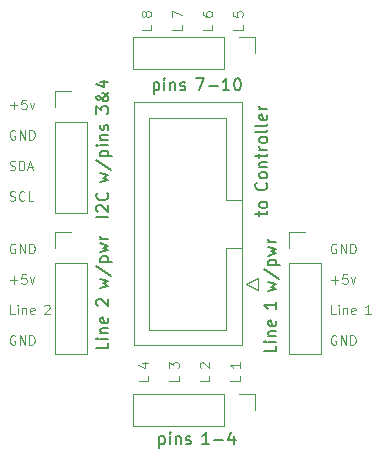
<source format=gbr>
%TF.GenerationSoftware,KiCad,Pcbnew,(7.0.0)*%
%TF.CreationDate,2023-10-26T14:35:27-04:00*%
%TF.ProjectId,RibbonBreakout,52696262-6f6e-4427-9265-616b6f75742e,rev?*%
%TF.SameCoordinates,Original*%
%TF.FileFunction,Legend,Top*%
%TF.FilePolarity,Positive*%
%FSLAX46Y46*%
G04 Gerber Fmt 4.6, Leading zero omitted, Abs format (unit mm)*
G04 Created by KiCad (PCBNEW (7.0.0)) date 2023-10-26 14:35:27*
%MOMM*%
%LPD*%
G01*
G04 APERTURE LIST*
%ADD10C,0.100000*%
%ADD11C,0.150000*%
%ADD12C,0.120000*%
G04 APERTURE END LIST*
D10*
X146481904Y-78422571D02*
X146481904Y-78803523D01*
X146481904Y-78803523D02*
X145681904Y-78803523D01*
X146024761Y-77561619D02*
X145986666Y-77637809D01*
X145986666Y-77637809D02*
X145948571Y-77675904D01*
X145948571Y-77675904D02*
X145872380Y-77714000D01*
X145872380Y-77714000D02*
X145834285Y-77714000D01*
X145834285Y-77714000D02*
X145758095Y-77675904D01*
X145758095Y-77675904D02*
X145720000Y-77637809D01*
X145720000Y-77637809D02*
X145681904Y-77561619D01*
X145681904Y-77561619D02*
X145681904Y-77409238D01*
X145681904Y-77409238D02*
X145720000Y-77333047D01*
X145720000Y-77333047D02*
X145758095Y-77294952D01*
X145758095Y-77294952D02*
X145834285Y-77256857D01*
X145834285Y-77256857D02*
X145872380Y-77256857D01*
X145872380Y-77256857D02*
X145948571Y-77294952D01*
X145948571Y-77294952D02*
X145986666Y-77333047D01*
X145986666Y-77333047D02*
X146024761Y-77409238D01*
X146024761Y-77409238D02*
X146024761Y-77561619D01*
X146024761Y-77561619D02*
X146062857Y-77637809D01*
X146062857Y-77637809D02*
X146100952Y-77675904D01*
X146100952Y-77675904D02*
X146177142Y-77714000D01*
X146177142Y-77714000D02*
X146329523Y-77714000D01*
X146329523Y-77714000D02*
X146405714Y-77675904D01*
X146405714Y-77675904D02*
X146443809Y-77637809D01*
X146443809Y-77637809D02*
X146481904Y-77561619D01*
X146481904Y-77561619D02*
X146481904Y-77409238D01*
X146481904Y-77409238D02*
X146443809Y-77333047D01*
X146443809Y-77333047D02*
X146405714Y-77294952D01*
X146405714Y-77294952D02*
X146329523Y-77256857D01*
X146329523Y-77256857D02*
X146177142Y-77256857D01*
X146177142Y-77256857D02*
X146100952Y-77294952D01*
X146100952Y-77294952D02*
X146062857Y-77333047D01*
X146062857Y-77333047D02*
X146024761Y-77409238D01*
X149073904Y-78422571D02*
X149073904Y-78803523D01*
X149073904Y-78803523D02*
X148273904Y-78803523D01*
X148273904Y-77752095D02*
X148273904Y-77218761D01*
X148273904Y-77218761D02*
X149073904Y-77561619D01*
X151665904Y-78422571D02*
X151665904Y-78803523D01*
X151665904Y-78803523D02*
X150865904Y-78803523D01*
X150865904Y-77333047D02*
X150865904Y-77485428D01*
X150865904Y-77485428D02*
X150904000Y-77561619D01*
X150904000Y-77561619D02*
X150942095Y-77599714D01*
X150942095Y-77599714D02*
X151056380Y-77675904D01*
X151056380Y-77675904D02*
X151208761Y-77714000D01*
X151208761Y-77714000D02*
X151513523Y-77714000D01*
X151513523Y-77714000D02*
X151589714Y-77675904D01*
X151589714Y-77675904D02*
X151627809Y-77637809D01*
X151627809Y-77637809D02*
X151665904Y-77561619D01*
X151665904Y-77561619D02*
X151665904Y-77409238D01*
X151665904Y-77409238D02*
X151627809Y-77333047D01*
X151627809Y-77333047D02*
X151589714Y-77294952D01*
X151589714Y-77294952D02*
X151513523Y-77256857D01*
X151513523Y-77256857D02*
X151323047Y-77256857D01*
X151323047Y-77256857D02*
X151246857Y-77294952D01*
X151246857Y-77294952D02*
X151208761Y-77333047D01*
X151208761Y-77333047D02*
X151170666Y-77409238D01*
X151170666Y-77409238D02*
X151170666Y-77561619D01*
X151170666Y-77561619D02*
X151208761Y-77637809D01*
X151208761Y-77637809D02*
X151246857Y-77675904D01*
X151246857Y-77675904D02*
X151323047Y-77714000D01*
X154257904Y-78422571D02*
X154257904Y-78803523D01*
X154257904Y-78803523D02*
X153457904Y-78803523D01*
X153457904Y-77294952D02*
X153457904Y-77675904D01*
X153457904Y-77675904D02*
X153838857Y-77714000D01*
X153838857Y-77714000D02*
X153800761Y-77675904D01*
X153800761Y-77675904D02*
X153762666Y-77599714D01*
X153762666Y-77599714D02*
X153762666Y-77409238D01*
X153762666Y-77409238D02*
X153800761Y-77333047D01*
X153800761Y-77333047D02*
X153838857Y-77294952D01*
X153838857Y-77294952D02*
X153915047Y-77256857D01*
X153915047Y-77256857D02*
X154105523Y-77256857D01*
X154105523Y-77256857D02*
X154181714Y-77294952D01*
X154181714Y-77294952D02*
X154219809Y-77333047D01*
X154219809Y-77333047D02*
X154257904Y-77409238D01*
X154257904Y-77409238D02*
X154257904Y-77599714D01*
X154257904Y-77599714D02*
X154219809Y-77675904D01*
X154219809Y-77675904D02*
X154181714Y-77714000D01*
X162153523Y-96952000D02*
X162077333Y-96913904D01*
X162077333Y-96913904D02*
X161963047Y-96913904D01*
X161963047Y-96913904D02*
X161848761Y-96952000D01*
X161848761Y-96952000D02*
X161772571Y-97028190D01*
X161772571Y-97028190D02*
X161734476Y-97104380D01*
X161734476Y-97104380D02*
X161696380Y-97256761D01*
X161696380Y-97256761D02*
X161696380Y-97371047D01*
X161696380Y-97371047D02*
X161734476Y-97523428D01*
X161734476Y-97523428D02*
X161772571Y-97599619D01*
X161772571Y-97599619D02*
X161848761Y-97675809D01*
X161848761Y-97675809D02*
X161963047Y-97713904D01*
X161963047Y-97713904D02*
X162039238Y-97713904D01*
X162039238Y-97713904D02*
X162153523Y-97675809D01*
X162153523Y-97675809D02*
X162191619Y-97637714D01*
X162191619Y-97637714D02*
X162191619Y-97371047D01*
X162191619Y-97371047D02*
X162039238Y-97371047D01*
X162534476Y-97713904D02*
X162534476Y-96913904D01*
X162534476Y-96913904D02*
X162991619Y-97713904D01*
X162991619Y-97713904D02*
X162991619Y-96913904D01*
X163372571Y-97713904D02*
X163372571Y-96913904D01*
X163372571Y-96913904D02*
X163563047Y-96913904D01*
X163563047Y-96913904D02*
X163677333Y-96952000D01*
X163677333Y-96952000D02*
X163753523Y-97028190D01*
X163753523Y-97028190D02*
X163791618Y-97104380D01*
X163791618Y-97104380D02*
X163829714Y-97256761D01*
X163829714Y-97256761D02*
X163829714Y-97371047D01*
X163829714Y-97371047D02*
X163791618Y-97523428D01*
X163791618Y-97523428D02*
X163753523Y-97599619D01*
X163753523Y-97599619D02*
X163677333Y-97675809D01*
X163677333Y-97675809D02*
X163563047Y-97713904D01*
X163563047Y-97713904D02*
X163372571Y-97713904D01*
X161734476Y-100001142D02*
X162344000Y-100001142D01*
X162039238Y-100305904D02*
X162039238Y-99696380D01*
X163105904Y-99505904D02*
X162724952Y-99505904D01*
X162724952Y-99505904D02*
X162686856Y-99886857D01*
X162686856Y-99886857D02*
X162724952Y-99848761D01*
X162724952Y-99848761D02*
X162801142Y-99810666D01*
X162801142Y-99810666D02*
X162991618Y-99810666D01*
X162991618Y-99810666D02*
X163067809Y-99848761D01*
X163067809Y-99848761D02*
X163105904Y-99886857D01*
X163105904Y-99886857D02*
X163143999Y-99963047D01*
X163143999Y-99963047D02*
X163143999Y-100153523D01*
X163143999Y-100153523D02*
X163105904Y-100229714D01*
X163105904Y-100229714D02*
X163067809Y-100267809D01*
X163067809Y-100267809D02*
X162991618Y-100305904D01*
X162991618Y-100305904D02*
X162801142Y-100305904D01*
X162801142Y-100305904D02*
X162724952Y-100267809D01*
X162724952Y-100267809D02*
X162686856Y-100229714D01*
X163410666Y-99772571D02*
X163601142Y-100305904D01*
X163601142Y-100305904D02*
X163791619Y-99772571D01*
X162115428Y-102897904D02*
X161734476Y-102897904D01*
X161734476Y-102897904D02*
X161734476Y-102097904D01*
X162382095Y-102897904D02*
X162382095Y-102364571D01*
X162382095Y-102097904D02*
X162343999Y-102136000D01*
X162343999Y-102136000D02*
X162382095Y-102174095D01*
X162382095Y-102174095D02*
X162420190Y-102136000D01*
X162420190Y-102136000D02*
X162382095Y-102097904D01*
X162382095Y-102097904D02*
X162382095Y-102174095D01*
X162763047Y-102364571D02*
X162763047Y-102897904D01*
X162763047Y-102440761D02*
X162801142Y-102402666D01*
X162801142Y-102402666D02*
X162877332Y-102364571D01*
X162877332Y-102364571D02*
X162991618Y-102364571D01*
X162991618Y-102364571D02*
X163067809Y-102402666D01*
X163067809Y-102402666D02*
X163105904Y-102478857D01*
X163105904Y-102478857D02*
X163105904Y-102897904D01*
X163791619Y-102859809D02*
X163715428Y-102897904D01*
X163715428Y-102897904D02*
X163563047Y-102897904D01*
X163563047Y-102897904D02*
X163486857Y-102859809D01*
X163486857Y-102859809D02*
X163448761Y-102783619D01*
X163448761Y-102783619D02*
X163448761Y-102478857D01*
X163448761Y-102478857D02*
X163486857Y-102402666D01*
X163486857Y-102402666D02*
X163563047Y-102364571D01*
X163563047Y-102364571D02*
X163715428Y-102364571D01*
X163715428Y-102364571D02*
X163791619Y-102402666D01*
X163791619Y-102402666D02*
X163829714Y-102478857D01*
X163829714Y-102478857D02*
X163829714Y-102555047D01*
X163829714Y-102555047D02*
X163448761Y-102631238D01*
X165071618Y-102897904D02*
X164614475Y-102897904D01*
X164843047Y-102897904D02*
X164843047Y-102097904D01*
X164843047Y-102097904D02*
X164766856Y-102212190D01*
X164766856Y-102212190D02*
X164690666Y-102288380D01*
X164690666Y-102288380D02*
X164614475Y-102326476D01*
X162153523Y-104728000D02*
X162077333Y-104689904D01*
X162077333Y-104689904D02*
X161963047Y-104689904D01*
X161963047Y-104689904D02*
X161848761Y-104728000D01*
X161848761Y-104728000D02*
X161772571Y-104804190D01*
X161772571Y-104804190D02*
X161734476Y-104880380D01*
X161734476Y-104880380D02*
X161696380Y-105032761D01*
X161696380Y-105032761D02*
X161696380Y-105147047D01*
X161696380Y-105147047D02*
X161734476Y-105299428D01*
X161734476Y-105299428D02*
X161772571Y-105375619D01*
X161772571Y-105375619D02*
X161848761Y-105451809D01*
X161848761Y-105451809D02*
X161963047Y-105489904D01*
X161963047Y-105489904D02*
X162039238Y-105489904D01*
X162039238Y-105489904D02*
X162153523Y-105451809D01*
X162153523Y-105451809D02*
X162191619Y-105413714D01*
X162191619Y-105413714D02*
X162191619Y-105147047D01*
X162191619Y-105147047D02*
X162039238Y-105147047D01*
X162534476Y-105489904D02*
X162534476Y-104689904D01*
X162534476Y-104689904D02*
X162991619Y-105489904D01*
X162991619Y-105489904D02*
X162991619Y-104689904D01*
X163372571Y-105489904D02*
X163372571Y-104689904D01*
X163372571Y-104689904D02*
X163563047Y-104689904D01*
X163563047Y-104689904D02*
X163677333Y-104728000D01*
X163677333Y-104728000D02*
X163753523Y-104804190D01*
X163753523Y-104804190D02*
X163791618Y-104880380D01*
X163791618Y-104880380D02*
X163829714Y-105032761D01*
X163829714Y-105032761D02*
X163829714Y-105147047D01*
X163829714Y-105147047D02*
X163791618Y-105299428D01*
X163791618Y-105299428D02*
X163753523Y-105375619D01*
X163753523Y-105375619D02*
X163677333Y-105451809D01*
X163677333Y-105451809D02*
X163563047Y-105489904D01*
X163563047Y-105489904D02*
X163372571Y-105489904D01*
X134556476Y-85217142D02*
X135166000Y-85217142D01*
X134861238Y-85521904D02*
X134861238Y-84912380D01*
X135927904Y-84721904D02*
X135546952Y-84721904D01*
X135546952Y-84721904D02*
X135508856Y-85102857D01*
X135508856Y-85102857D02*
X135546952Y-85064761D01*
X135546952Y-85064761D02*
X135623142Y-85026666D01*
X135623142Y-85026666D02*
X135813618Y-85026666D01*
X135813618Y-85026666D02*
X135889809Y-85064761D01*
X135889809Y-85064761D02*
X135927904Y-85102857D01*
X135927904Y-85102857D02*
X135965999Y-85179047D01*
X135965999Y-85179047D02*
X135965999Y-85369523D01*
X135965999Y-85369523D02*
X135927904Y-85445714D01*
X135927904Y-85445714D02*
X135889809Y-85483809D01*
X135889809Y-85483809D02*
X135813618Y-85521904D01*
X135813618Y-85521904D02*
X135623142Y-85521904D01*
X135623142Y-85521904D02*
X135546952Y-85483809D01*
X135546952Y-85483809D02*
X135508856Y-85445714D01*
X136232666Y-84988571D02*
X136423142Y-85521904D01*
X136423142Y-85521904D02*
X136613619Y-84988571D01*
X134975523Y-87352000D02*
X134899333Y-87313904D01*
X134899333Y-87313904D02*
X134785047Y-87313904D01*
X134785047Y-87313904D02*
X134670761Y-87352000D01*
X134670761Y-87352000D02*
X134594571Y-87428190D01*
X134594571Y-87428190D02*
X134556476Y-87504380D01*
X134556476Y-87504380D02*
X134518380Y-87656761D01*
X134518380Y-87656761D02*
X134518380Y-87771047D01*
X134518380Y-87771047D02*
X134556476Y-87923428D01*
X134556476Y-87923428D02*
X134594571Y-87999619D01*
X134594571Y-87999619D02*
X134670761Y-88075809D01*
X134670761Y-88075809D02*
X134785047Y-88113904D01*
X134785047Y-88113904D02*
X134861238Y-88113904D01*
X134861238Y-88113904D02*
X134975523Y-88075809D01*
X134975523Y-88075809D02*
X135013619Y-88037714D01*
X135013619Y-88037714D02*
X135013619Y-87771047D01*
X135013619Y-87771047D02*
X134861238Y-87771047D01*
X135356476Y-88113904D02*
X135356476Y-87313904D01*
X135356476Y-87313904D02*
X135813619Y-88113904D01*
X135813619Y-88113904D02*
X135813619Y-87313904D01*
X136194571Y-88113904D02*
X136194571Y-87313904D01*
X136194571Y-87313904D02*
X136385047Y-87313904D01*
X136385047Y-87313904D02*
X136499333Y-87352000D01*
X136499333Y-87352000D02*
X136575523Y-87428190D01*
X136575523Y-87428190D02*
X136613618Y-87504380D01*
X136613618Y-87504380D02*
X136651714Y-87656761D01*
X136651714Y-87656761D02*
X136651714Y-87771047D01*
X136651714Y-87771047D02*
X136613618Y-87923428D01*
X136613618Y-87923428D02*
X136575523Y-87999619D01*
X136575523Y-87999619D02*
X136499333Y-88075809D01*
X136499333Y-88075809D02*
X136385047Y-88113904D01*
X136385047Y-88113904D02*
X136194571Y-88113904D01*
X134518380Y-90667809D02*
X134632666Y-90705904D01*
X134632666Y-90705904D02*
X134823142Y-90705904D01*
X134823142Y-90705904D02*
X134899333Y-90667809D01*
X134899333Y-90667809D02*
X134937428Y-90629714D01*
X134937428Y-90629714D02*
X134975523Y-90553523D01*
X134975523Y-90553523D02*
X134975523Y-90477333D01*
X134975523Y-90477333D02*
X134937428Y-90401142D01*
X134937428Y-90401142D02*
X134899333Y-90363047D01*
X134899333Y-90363047D02*
X134823142Y-90324952D01*
X134823142Y-90324952D02*
X134670761Y-90286857D01*
X134670761Y-90286857D02*
X134594571Y-90248761D01*
X134594571Y-90248761D02*
X134556476Y-90210666D01*
X134556476Y-90210666D02*
X134518380Y-90134476D01*
X134518380Y-90134476D02*
X134518380Y-90058285D01*
X134518380Y-90058285D02*
X134556476Y-89982095D01*
X134556476Y-89982095D02*
X134594571Y-89944000D01*
X134594571Y-89944000D02*
X134670761Y-89905904D01*
X134670761Y-89905904D02*
X134861238Y-89905904D01*
X134861238Y-89905904D02*
X134975523Y-89944000D01*
X135318381Y-90705904D02*
X135318381Y-89905904D01*
X135318381Y-89905904D02*
X135508857Y-89905904D01*
X135508857Y-89905904D02*
X135623143Y-89944000D01*
X135623143Y-89944000D02*
X135699333Y-90020190D01*
X135699333Y-90020190D02*
X135737428Y-90096380D01*
X135737428Y-90096380D02*
X135775524Y-90248761D01*
X135775524Y-90248761D02*
X135775524Y-90363047D01*
X135775524Y-90363047D02*
X135737428Y-90515428D01*
X135737428Y-90515428D02*
X135699333Y-90591619D01*
X135699333Y-90591619D02*
X135623143Y-90667809D01*
X135623143Y-90667809D02*
X135508857Y-90705904D01*
X135508857Y-90705904D02*
X135318381Y-90705904D01*
X136080285Y-90477333D02*
X136461238Y-90477333D01*
X136004095Y-90705904D02*
X136270762Y-89905904D01*
X136270762Y-89905904D02*
X136537428Y-90705904D01*
X134518380Y-93259809D02*
X134632666Y-93297904D01*
X134632666Y-93297904D02*
X134823142Y-93297904D01*
X134823142Y-93297904D02*
X134899333Y-93259809D01*
X134899333Y-93259809D02*
X134937428Y-93221714D01*
X134937428Y-93221714D02*
X134975523Y-93145523D01*
X134975523Y-93145523D02*
X134975523Y-93069333D01*
X134975523Y-93069333D02*
X134937428Y-92993142D01*
X134937428Y-92993142D02*
X134899333Y-92955047D01*
X134899333Y-92955047D02*
X134823142Y-92916952D01*
X134823142Y-92916952D02*
X134670761Y-92878857D01*
X134670761Y-92878857D02*
X134594571Y-92840761D01*
X134594571Y-92840761D02*
X134556476Y-92802666D01*
X134556476Y-92802666D02*
X134518380Y-92726476D01*
X134518380Y-92726476D02*
X134518380Y-92650285D01*
X134518380Y-92650285D02*
X134556476Y-92574095D01*
X134556476Y-92574095D02*
X134594571Y-92536000D01*
X134594571Y-92536000D02*
X134670761Y-92497904D01*
X134670761Y-92497904D02*
X134861238Y-92497904D01*
X134861238Y-92497904D02*
X134975523Y-92536000D01*
X135775524Y-93221714D02*
X135737428Y-93259809D01*
X135737428Y-93259809D02*
X135623143Y-93297904D01*
X135623143Y-93297904D02*
X135546952Y-93297904D01*
X135546952Y-93297904D02*
X135432666Y-93259809D01*
X135432666Y-93259809D02*
X135356476Y-93183619D01*
X135356476Y-93183619D02*
X135318381Y-93107428D01*
X135318381Y-93107428D02*
X135280285Y-92955047D01*
X135280285Y-92955047D02*
X135280285Y-92840761D01*
X135280285Y-92840761D02*
X135318381Y-92688380D01*
X135318381Y-92688380D02*
X135356476Y-92612190D01*
X135356476Y-92612190D02*
X135432666Y-92536000D01*
X135432666Y-92536000D02*
X135546952Y-92497904D01*
X135546952Y-92497904D02*
X135623143Y-92497904D01*
X135623143Y-92497904D02*
X135737428Y-92536000D01*
X135737428Y-92536000D02*
X135775524Y-92574095D01*
X136499333Y-93297904D02*
X136118381Y-93297904D01*
X136118381Y-93297904D02*
X136118381Y-92497904D01*
X146227904Y-108140571D02*
X146227904Y-108521523D01*
X146227904Y-108521523D02*
X145427904Y-108521523D01*
X145694571Y-107051047D02*
X146227904Y-107051047D01*
X145389809Y-107241523D02*
X145961238Y-107432000D01*
X145961238Y-107432000D02*
X145961238Y-106936761D01*
X148819904Y-108140571D02*
X148819904Y-108521523D01*
X148819904Y-108521523D02*
X148019904Y-108521523D01*
X148019904Y-107470095D02*
X148019904Y-106974857D01*
X148019904Y-106974857D02*
X148324666Y-107241523D01*
X148324666Y-107241523D02*
X148324666Y-107127238D01*
X148324666Y-107127238D02*
X148362761Y-107051047D01*
X148362761Y-107051047D02*
X148400857Y-107012952D01*
X148400857Y-107012952D02*
X148477047Y-106974857D01*
X148477047Y-106974857D02*
X148667523Y-106974857D01*
X148667523Y-106974857D02*
X148743714Y-107012952D01*
X148743714Y-107012952D02*
X148781809Y-107051047D01*
X148781809Y-107051047D02*
X148819904Y-107127238D01*
X148819904Y-107127238D02*
X148819904Y-107355809D01*
X148819904Y-107355809D02*
X148781809Y-107432000D01*
X148781809Y-107432000D02*
X148743714Y-107470095D01*
X151411904Y-108140571D02*
X151411904Y-108521523D01*
X151411904Y-108521523D02*
X150611904Y-108521523D01*
X150688095Y-107432000D02*
X150650000Y-107393904D01*
X150650000Y-107393904D02*
X150611904Y-107317714D01*
X150611904Y-107317714D02*
X150611904Y-107127238D01*
X150611904Y-107127238D02*
X150650000Y-107051047D01*
X150650000Y-107051047D02*
X150688095Y-107012952D01*
X150688095Y-107012952D02*
X150764285Y-106974857D01*
X150764285Y-106974857D02*
X150840476Y-106974857D01*
X150840476Y-106974857D02*
X150954761Y-107012952D01*
X150954761Y-107012952D02*
X151411904Y-107470095D01*
X151411904Y-107470095D02*
X151411904Y-106974857D01*
X154003904Y-108140571D02*
X154003904Y-108521523D01*
X154003904Y-108521523D02*
X153203904Y-108521523D01*
X154003904Y-106974857D02*
X154003904Y-107432000D01*
X154003904Y-107203428D02*
X153203904Y-107203428D01*
X153203904Y-107203428D02*
X153318190Y-107279619D01*
X153318190Y-107279619D02*
X153394380Y-107355809D01*
X153394380Y-107355809D02*
X153432476Y-107432000D01*
X134975523Y-96952000D02*
X134899333Y-96913904D01*
X134899333Y-96913904D02*
X134785047Y-96913904D01*
X134785047Y-96913904D02*
X134670761Y-96952000D01*
X134670761Y-96952000D02*
X134594571Y-97028190D01*
X134594571Y-97028190D02*
X134556476Y-97104380D01*
X134556476Y-97104380D02*
X134518380Y-97256761D01*
X134518380Y-97256761D02*
X134518380Y-97371047D01*
X134518380Y-97371047D02*
X134556476Y-97523428D01*
X134556476Y-97523428D02*
X134594571Y-97599619D01*
X134594571Y-97599619D02*
X134670761Y-97675809D01*
X134670761Y-97675809D02*
X134785047Y-97713904D01*
X134785047Y-97713904D02*
X134861238Y-97713904D01*
X134861238Y-97713904D02*
X134975523Y-97675809D01*
X134975523Y-97675809D02*
X135013619Y-97637714D01*
X135013619Y-97637714D02*
X135013619Y-97371047D01*
X135013619Y-97371047D02*
X134861238Y-97371047D01*
X135356476Y-97713904D02*
X135356476Y-96913904D01*
X135356476Y-96913904D02*
X135813619Y-97713904D01*
X135813619Y-97713904D02*
X135813619Y-96913904D01*
X136194571Y-97713904D02*
X136194571Y-96913904D01*
X136194571Y-96913904D02*
X136385047Y-96913904D01*
X136385047Y-96913904D02*
X136499333Y-96952000D01*
X136499333Y-96952000D02*
X136575523Y-97028190D01*
X136575523Y-97028190D02*
X136613618Y-97104380D01*
X136613618Y-97104380D02*
X136651714Y-97256761D01*
X136651714Y-97256761D02*
X136651714Y-97371047D01*
X136651714Y-97371047D02*
X136613618Y-97523428D01*
X136613618Y-97523428D02*
X136575523Y-97599619D01*
X136575523Y-97599619D02*
X136499333Y-97675809D01*
X136499333Y-97675809D02*
X136385047Y-97713904D01*
X136385047Y-97713904D02*
X136194571Y-97713904D01*
X134556476Y-100001142D02*
X135166000Y-100001142D01*
X134861238Y-100305904D02*
X134861238Y-99696380D01*
X135927904Y-99505904D02*
X135546952Y-99505904D01*
X135546952Y-99505904D02*
X135508856Y-99886857D01*
X135508856Y-99886857D02*
X135546952Y-99848761D01*
X135546952Y-99848761D02*
X135623142Y-99810666D01*
X135623142Y-99810666D02*
X135813618Y-99810666D01*
X135813618Y-99810666D02*
X135889809Y-99848761D01*
X135889809Y-99848761D02*
X135927904Y-99886857D01*
X135927904Y-99886857D02*
X135965999Y-99963047D01*
X135965999Y-99963047D02*
X135965999Y-100153523D01*
X135965999Y-100153523D02*
X135927904Y-100229714D01*
X135927904Y-100229714D02*
X135889809Y-100267809D01*
X135889809Y-100267809D02*
X135813618Y-100305904D01*
X135813618Y-100305904D02*
X135623142Y-100305904D01*
X135623142Y-100305904D02*
X135546952Y-100267809D01*
X135546952Y-100267809D02*
X135508856Y-100229714D01*
X136232666Y-99772571D02*
X136423142Y-100305904D01*
X136423142Y-100305904D02*
X136613619Y-99772571D01*
X134937428Y-102897904D02*
X134556476Y-102897904D01*
X134556476Y-102897904D02*
X134556476Y-102097904D01*
X135204095Y-102897904D02*
X135204095Y-102364571D01*
X135204095Y-102097904D02*
X135165999Y-102136000D01*
X135165999Y-102136000D02*
X135204095Y-102174095D01*
X135204095Y-102174095D02*
X135242190Y-102136000D01*
X135242190Y-102136000D02*
X135204095Y-102097904D01*
X135204095Y-102097904D02*
X135204095Y-102174095D01*
X135585047Y-102364571D02*
X135585047Y-102897904D01*
X135585047Y-102440761D02*
X135623142Y-102402666D01*
X135623142Y-102402666D02*
X135699332Y-102364571D01*
X135699332Y-102364571D02*
X135813618Y-102364571D01*
X135813618Y-102364571D02*
X135889809Y-102402666D01*
X135889809Y-102402666D02*
X135927904Y-102478857D01*
X135927904Y-102478857D02*
X135927904Y-102897904D01*
X136613619Y-102859809D02*
X136537428Y-102897904D01*
X136537428Y-102897904D02*
X136385047Y-102897904D01*
X136385047Y-102897904D02*
X136308857Y-102859809D01*
X136308857Y-102859809D02*
X136270761Y-102783619D01*
X136270761Y-102783619D02*
X136270761Y-102478857D01*
X136270761Y-102478857D02*
X136308857Y-102402666D01*
X136308857Y-102402666D02*
X136385047Y-102364571D01*
X136385047Y-102364571D02*
X136537428Y-102364571D01*
X136537428Y-102364571D02*
X136613619Y-102402666D01*
X136613619Y-102402666D02*
X136651714Y-102478857D01*
X136651714Y-102478857D02*
X136651714Y-102555047D01*
X136651714Y-102555047D02*
X136270761Y-102631238D01*
X137436475Y-102174095D02*
X137474571Y-102136000D01*
X137474571Y-102136000D02*
X137550761Y-102097904D01*
X137550761Y-102097904D02*
X137741237Y-102097904D01*
X137741237Y-102097904D02*
X137817428Y-102136000D01*
X137817428Y-102136000D02*
X137855523Y-102174095D01*
X137855523Y-102174095D02*
X137893618Y-102250285D01*
X137893618Y-102250285D02*
X137893618Y-102326476D01*
X137893618Y-102326476D02*
X137855523Y-102440761D01*
X137855523Y-102440761D02*
X137398380Y-102897904D01*
X137398380Y-102897904D02*
X137893618Y-102897904D01*
X134975523Y-104728000D02*
X134899333Y-104689904D01*
X134899333Y-104689904D02*
X134785047Y-104689904D01*
X134785047Y-104689904D02*
X134670761Y-104728000D01*
X134670761Y-104728000D02*
X134594571Y-104804190D01*
X134594571Y-104804190D02*
X134556476Y-104880380D01*
X134556476Y-104880380D02*
X134518380Y-105032761D01*
X134518380Y-105032761D02*
X134518380Y-105147047D01*
X134518380Y-105147047D02*
X134556476Y-105299428D01*
X134556476Y-105299428D02*
X134594571Y-105375619D01*
X134594571Y-105375619D02*
X134670761Y-105451809D01*
X134670761Y-105451809D02*
X134785047Y-105489904D01*
X134785047Y-105489904D02*
X134861238Y-105489904D01*
X134861238Y-105489904D02*
X134975523Y-105451809D01*
X134975523Y-105451809D02*
X135013619Y-105413714D01*
X135013619Y-105413714D02*
X135013619Y-105147047D01*
X135013619Y-105147047D02*
X134861238Y-105147047D01*
X135356476Y-105489904D02*
X135356476Y-104689904D01*
X135356476Y-104689904D02*
X135813619Y-105489904D01*
X135813619Y-105489904D02*
X135813619Y-104689904D01*
X136194571Y-105489904D02*
X136194571Y-104689904D01*
X136194571Y-104689904D02*
X136385047Y-104689904D01*
X136385047Y-104689904D02*
X136499333Y-104728000D01*
X136499333Y-104728000D02*
X136575523Y-104804190D01*
X136575523Y-104804190D02*
X136613618Y-104880380D01*
X136613618Y-104880380D02*
X136651714Y-105032761D01*
X136651714Y-105032761D02*
X136651714Y-105147047D01*
X136651714Y-105147047D02*
X136613618Y-105299428D01*
X136613618Y-105299428D02*
X136575523Y-105375619D01*
X136575523Y-105375619D02*
X136499333Y-105451809D01*
X136499333Y-105451809D02*
X136385047Y-105489904D01*
X136385047Y-105489904D02*
X136194571Y-105489904D01*
D11*
%TO.C,J2*%
X142861380Y-105301047D02*
X142861380Y-105777237D01*
X142861380Y-105777237D02*
X141861380Y-105777237D01*
X142861380Y-104967713D02*
X142194714Y-104967713D01*
X141861380Y-104967713D02*
X141909000Y-105015332D01*
X141909000Y-105015332D02*
X141956619Y-104967713D01*
X141956619Y-104967713D02*
X141909000Y-104920094D01*
X141909000Y-104920094D02*
X141861380Y-104967713D01*
X141861380Y-104967713D02*
X141956619Y-104967713D01*
X142194714Y-104491523D02*
X142861380Y-104491523D01*
X142289952Y-104491523D02*
X142242333Y-104443904D01*
X142242333Y-104443904D02*
X142194714Y-104348666D01*
X142194714Y-104348666D02*
X142194714Y-104205809D01*
X142194714Y-104205809D02*
X142242333Y-104110571D01*
X142242333Y-104110571D02*
X142337571Y-104062952D01*
X142337571Y-104062952D02*
X142861380Y-104062952D01*
X142813761Y-103205809D02*
X142861380Y-103301047D01*
X142861380Y-103301047D02*
X142861380Y-103491523D01*
X142861380Y-103491523D02*
X142813761Y-103586761D01*
X142813761Y-103586761D02*
X142718523Y-103634380D01*
X142718523Y-103634380D02*
X142337571Y-103634380D01*
X142337571Y-103634380D02*
X142242333Y-103586761D01*
X142242333Y-103586761D02*
X142194714Y-103491523D01*
X142194714Y-103491523D02*
X142194714Y-103301047D01*
X142194714Y-103301047D02*
X142242333Y-103205809D01*
X142242333Y-103205809D02*
X142337571Y-103158190D01*
X142337571Y-103158190D02*
X142432809Y-103158190D01*
X142432809Y-103158190D02*
X142528047Y-103634380D01*
X141956619Y-102177237D02*
X141909000Y-102129618D01*
X141909000Y-102129618D02*
X141861380Y-102034380D01*
X141861380Y-102034380D02*
X141861380Y-101796285D01*
X141861380Y-101796285D02*
X141909000Y-101701047D01*
X141909000Y-101701047D02*
X141956619Y-101653428D01*
X141956619Y-101653428D02*
X142051857Y-101605809D01*
X142051857Y-101605809D02*
X142147095Y-101605809D01*
X142147095Y-101605809D02*
X142289952Y-101653428D01*
X142289952Y-101653428D02*
X142861380Y-102224856D01*
X142861380Y-102224856D02*
X142861380Y-101605809D01*
X142194714Y-100672475D02*
X142861380Y-100481999D01*
X142861380Y-100481999D02*
X142385190Y-100291523D01*
X142385190Y-100291523D02*
X142861380Y-100101047D01*
X142861380Y-100101047D02*
X142194714Y-99910571D01*
X141813761Y-98815333D02*
X143099476Y-99672475D01*
X142194714Y-98481999D02*
X143194714Y-98481999D01*
X142242333Y-98481999D02*
X142194714Y-98386761D01*
X142194714Y-98386761D02*
X142194714Y-98196285D01*
X142194714Y-98196285D02*
X142242333Y-98101047D01*
X142242333Y-98101047D02*
X142289952Y-98053428D01*
X142289952Y-98053428D02*
X142385190Y-98005809D01*
X142385190Y-98005809D02*
X142670904Y-98005809D01*
X142670904Y-98005809D02*
X142766142Y-98053428D01*
X142766142Y-98053428D02*
X142813761Y-98101047D01*
X142813761Y-98101047D02*
X142861380Y-98196285D01*
X142861380Y-98196285D02*
X142861380Y-98386761D01*
X142861380Y-98386761D02*
X142813761Y-98481999D01*
X142194714Y-97672475D02*
X142861380Y-97481999D01*
X142861380Y-97481999D02*
X142385190Y-97291523D01*
X142385190Y-97291523D02*
X142861380Y-97101047D01*
X142861380Y-97101047D02*
X142194714Y-96910571D01*
X142861380Y-96529618D02*
X142194714Y-96529618D01*
X142385190Y-96529618D02*
X142289952Y-96481999D01*
X142289952Y-96481999D02*
X142242333Y-96434380D01*
X142242333Y-96434380D02*
X142194714Y-96339142D01*
X142194714Y-96339142D02*
X142194714Y-96243904D01*
%TO.C,J4*%
X146720857Y-83266714D02*
X146720857Y-84266714D01*
X146720857Y-83314333D02*
X146816095Y-83266714D01*
X146816095Y-83266714D02*
X147006571Y-83266714D01*
X147006571Y-83266714D02*
X147101809Y-83314333D01*
X147101809Y-83314333D02*
X147149428Y-83361952D01*
X147149428Y-83361952D02*
X147197047Y-83457190D01*
X147197047Y-83457190D02*
X147197047Y-83742904D01*
X147197047Y-83742904D02*
X147149428Y-83838142D01*
X147149428Y-83838142D02*
X147101809Y-83885761D01*
X147101809Y-83885761D02*
X147006571Y-83933380D01*
X147006571Y-83933380D02*
X146816095Y-83933380D01*
X146816095Y-83933380D02*
X146720857Y-83885761D01*
X147625619Y-83933380D02*
X147625619Y-83266714D01*
X147625619Y-82933380D02*
X147578000Y-82981000D01*
X147578000Y-82981000D02*
X147625619Y-83028619D01*
X147625619Y-83028619D02*
X147673238Y-82981000D01*
X147673238Y-82981000D02*
X147625619Y-82933380D01*
X147625619Y-82933380D02*
X147625619Y-83028619D01*
X148101809Y-83266714D02*
X148101809Y-83933380D01*
X148101809Y-83361952D02*
X148149428Y-83314333D01*
X148149428Y-83314333D02*
X148244666Y-83266714D01*
X148244666Y-83266714D02*
X148387523Y-83266714D01*
X148387523Y-83266714D02*
X148482761Y-83314333D01*
X148482761Y-83314333D02*
X148530380Y-83409571D01*
X148530380Y-83409571D02*
X148530380Y-83933380D01*
X148958952Y-83885761D02*
X149054190Y-83933380D01*
X149054190Y-83933380D02*
X149244666Y-83933380D01*
X149244666Y-83933380D02*
X149339904Y-83885761D01*
X149339904Y-83885761D02*
X149387523Y-83790523D01*
X149387523Y-83790523D02*
X149387523Y-83742904D01*
X149387523Y-83742904D02*
X149339904Y-83647666D01*
X149339904Y-83647666D02*
X149244666Y-83600047D01*
X149244666Y-83600047D02*
X149101809Y-83600047D01*
X149101809Y-83600047D02*
X149006571Y-83552428D01*
X149006571Y-83552428D02*
X148958952Y-83457190D01*
X148958952Y-83457190D02*
X148958952Y-83409571D01*
X148958952Y-83409571D02*
X149006571Y-83314333D01*
X149006571Y-83314333D02*
X149101809Y-83266714D01*
X149101809Y-83266714D02*
X149244666Y-83266714D01*
X149244666Y-83266714D02*
X149339904Y-83314333D01*
X150320857Y-82933380D02*
X150987523Y-82933380D01*
X150987523Y-82933380D02*
X150558952Y-83933380D01*
X151368476Y-83552428D02*
X152130381Y-83552428D01*
X153130380Y-83933380D02*
X152558952Y-83933380D01*
X152844666Y-83933380D02*
X152844666Y-82933380D01*
X152844666Y-82933380D02*
X152749428Y-83076238D01*
X152749428Y-83076238D02*
X152654190Y-83171476D01*
X152654190Y-83171476D02*
X152558952Y-83219095D01*
X153749428Y-82933380D02*
X153844666Y-82933380D01*
X153844666Y-82933380D02*
X153939904Y-82981000D01*
X153939904Y-82981000D02*
X153987523Y-83028619D01*
X153987523Y-83028619D02*
X154035142Y-83123857D01*
X154035142Y-83123857D02*
X154082761Y-83314333D01*
X154082761Y-83314333D02*
X154082761Y-83552428D01*
X154082761Y-83552428D02*
X154035142Y-83742904D01*
X154035142Y-83742904D02*
X153987523Y-83838142D01*
X153987523Y-83838142D02*
X153939904Y-83885761D01*
X153939904Y-83885761D02*
X153844666Y-83933380D01*
X153844666Y-83933380D02*
X153749428Y-83933380D01*
X153749428Y-83933380D02*
X153654190Y-83885761D01*
X153654190Y-83885761D02*
X153606571Y-83838142D01*
X153606571Y-83838142D02*
X153558952Y-83742904D01*
X153558952Y-83742904D02*
X153511333Y-83552428D01*
X153511333Y-83552428D02*
X153511333Y-83314333D01*
X153511333Y-83314333D02*
X153558952Y-83123857D01*
X153558952Y-83123857D02*
X153606571Y-83028619D01*
X153606571Y-83028619D02*
X153654190Y-82981000D01*
X153654190Y-82981000D02*
X153749428Y-82933380D01*
%TO.C,S1*%
X155656714Y-94573143D02*
X155656714Y-94192191D01*
X155323380Y-94430286D02*
X156180523Y-94430286D01*
X156180523Y-94430286D02*
X156275761Y-94382667D01*
X156275761Y-94382667D02*
X156323380Y-94287429D01*
X156323380Y-94287429D02*
X156323380Y-94192191D01*
X156323380Y-93716000D02*
X156275761Y-93811238D01*
X156275761Y-93811238D02*
X156228142Y-93858857D01*
X156228142Y-93858857D02*
X156132904Y-93906476D01*
X156132904Y-93906476D02*
X155847190Y-93906476D01*
X155847190Y-93906476D02*
X155751952Y-93858857D01*
X155751952Y-93858857D02*
X155704333Y-93811238D01*
X155704333Y-93811238D02*
X155656714Y-93716000D01*
X155656714Y-93716000D02*
X155656714Y-93573143D01*
X155656714Y-93573143D02*
X155704333Y-93477905D01*
X155704333Y-93477905D02*
X155751952Y-93430286D01*
X155751952Y-93430286D02*
X155847190Y-93382667D01*
X155847190Y-93382667D02*
X156132904Y-93382667D01*
X156132904Y-93382667D02*
X156228142Y-93430286D01*
X156228142Y-93430286D02*
X156275761Y-93477905D01*
X156275761Y-93477905D02*
X156323380Y-93573143D01*
X156323380Y-93573143D02*
X156323380Y-93716000D01*
X156228142Y-91782667D02*
X156275761Y-91830286D01*
X156275761Y-91830286D02*
X156323380Y-91973143D01*
X156323380Y-91973143D02*
X156323380Y-92068381D01*
X156323380Y-92068381D02*
X156275761Y-92211238D01*
X156275761Y-92211238D02*
X156180523Y-92306476D01*
X156180523Y-92306476D02*
X156085285Y-92354095D01*
X156085285Y-92354095D02*
X155894809Y-92401714D01*
X155894809Y-92401714D02*
X155751952Y-92401714D01*
X155751952Y-92401714D02*
X155561476Y-92354095D01*
X155561476Y-92354095D02*
X155466238Y-92306476D01*
X155466238Y-92306476D02*
X155371000Y-92211238D01*
X155371000Y-92211238D02*
X155323380Y-92068381D01*
X155323380Y-92068381D02*
X155323380Y-91973143D01*
X155323380Y-91973143D02*
X155371000Y-91830286D01*
X155371000Y-91830286D02*
X155418619Y-91782667D01*
X156323380Y-91211238D02*
X156275761Y-91306476D01*
X156275761Y-91306476D02*
X156228142Y-91354095D01*
X156228142Y-91354095D02*
X156132904Y-91401714D01*
X156132904Y-91401714D02*
X155847190Y-91401714D01*
X155847190Y-91401714D02*
X155751952Y-91354095D01*
X155751952Y-91354095D02*
X155704333Y-91306476D01*
X155704333Y-91306476D02*
X155656714Y-91211238D01*
X155656714Y-91211238D02*
X155656714Y-91068381D01*
X155656714Y-91068381D02*
X155704333Y-90973143D01*
X155704333Y-90973143D02*
X155751952Y-90925524D01*
X155751952Y-90925524D02*
X155847190Y-90877905D01*
X155847190Y-90877905D02*
X156132904Y-90877905D01*
X156132904Y-90877905D02*
X156228142Y-90925524D01*
X156228142Y-90925524D02*
X156275761Y-90973143D01*
X156275761Y-90973143D02*
X156323380Y-91068381D01*
X156323380Y-91068381D02*
X156323380Y-91211238D01*
X155656714Y-90449333D02*
X156323380Y-90449333D01*
X155751952Y-90449333D02*
X155704333Y-90401714D01*
X155704333Y-90401714D02*
X155656714Y-90306476D01*
X155656714Y-90306476D02*
X155656714Y-90163619D01*
X155656714Y-90163619D02*
X155704333Y-90068381D01*
X155704333Y-90068381D02*
X155799571Y-90020762D01*
X155799571Y-90020762D02*
X156323380Y-90020762D01*
X155656714Y-89687428D02*
X155656714Y-89306476D01*
X155323380Y-89544571D02*
X156180523Y-89544571D01*
X156180523Y-89544571D02*
X156275761Y-89496952D01*
X156275761Y-89496952D02*
X156323380Y-89401714D01*
X156323380Y-89401714D02*
X156323380Y-89306476D01*
X156323380Y-88973142D02*
X155656714Y-88973142D01*
X155847190Y-88973142D02*
X155751952Y-88925523D01*
X155751952Y-88925523D02*
X155704333Y-88877904D01*
X155704333Y-88877904D02*
X155656714Y-88782666D01*
X155656714Y-88782666D02*
X155656714Y-88687428D01*
X156323380Y-88211237D02*
X156275761Y-88306475D01*
X156275761Y-88306475D02*
X156228142Y-88354094D01*
X156228142Y-88354094D02*
X156132904Y-88401713D01*
X156132904Y-88401713D02*
X155847190Y-88401713D01*
X155847190Y-88401713D02*
X155751952Y-88354094D01*
X155751952Y-88354094D02*
X155704333Y-88306475D01*
X155704333Y-88306475D02*
X155656714Y-88211237D01*
X155656714Y-88211237D02*
X155656714Y-88068380D01*
X155656714Y-88068380D02*
X155704333Y-87973142D01*
X155704333Y-87973142D02*
X155751952Y-87925523D01*
X155751952Y-87925523D02*
X155847190Y-87877904D01*
X155847190Y-87877904D02*
X156132904Y-87877904D01*
X156132904Y-87877904D02*
X156228142Y-87925523D01*
X156228142Y-87925523D02*
X156275761Y-87973142D01*
X156275761Y-87973142D02*
X156323380Y-88068380D01*
X156323380Y-88068380D02*
X156323380Y-88211237D01*
X156323380Y-87306475D02*
X156275761Y-87401713D01*
X156275761Y-87401713D02*
X156180523Y-87449332D01*
X156180523Y-87449332D02*
X155323380Y-87449332D01*
X156323380Y-86782665D02*
X156275761Y-86877903D01*
X156275761Y-86877903D02*
X156180523Y-86925522D01*
X156180523Y-86925522D02*
X155323380Y-86925522D01*
X156275761Y-86020760D02*
X156323380Y-86115998D01*
X156323380Y-86115998D02*
X156323380Y-86306474D01*
X156323380Y-86306474D02*
X156275761Y-86401712D01*
X156275761Y-86401712D02*
X156180523Y-86449331D01*
X156180523Y-86449331D02*
X155799571Y-86449331D01*
X155799571Y-86449331D02*
X155704333Y-86401712D01*
X155704333Y-86401712D02*
X155656714Y-86306474D01*
X155656714Y-86306474D02*
X155656714Y-86115998D01*
X155656714Y-86115998D02*
X155704333Y-86020760D01*
X155704333Y-86020760D02*
X155799571Y-85973141D01*
X155799571Y-85973141D02*
X155894809Y-85973141D01*
X155894809Y-85973141D02*
X155990047Y-86449331D01*
X156323380Y-85544569D02*
X155656714Y-85544569D01*
X155847190Y-85544569D02*
X155751952Y-85496950D01*
X155751952Y-85496950D02*
X155704333Y-85449331D01*
X155704333Y-85449331D02*
X155656714Y-85354093D01*
X155656714Y-85354093D02*
X155656714Y-85258855D01*
%TO.C,J1*%
X157085380Y-105565047D02*
X157085380Y-106041237D01*
X157085380Y-106041237D02*
X156085380Y-106041237D01*
X157085380Y-105231713D02*
X156418714Y-105231713D01*
X156085380Y-105231713D02*
X156133000Y-105279332D01*
X156133000Y-105279332D02*
X156180619Y-105231713D01*
X156180619Y-105231713D02*
X156133000Y-105184094D01*
X156133000Y-105184094D02*
X156085380Y-105231713D01*
X156085380Y-105231713D02*
X156180619Y-105231713D01*
X156418714Y-104755523D02*
X157085380Y-104755523D01*
X156513952Y-104755523D02*
X156466333Y-104707904D01*
X156466333Y-104707904D02*
X156418714Y-104612666D01*
X156418714Y-104612666D02*
X156418714Y-104469809D01*
X156418714Y-104469809D02*
X156466333Y-104374571D01*
X156466333Y-104374571D02*
X156561571Y-104326952D01*
X156561571Y-104326952D02*
X157085380Y-104326952D01*
X157037761Y-103469809D02*
X157085380Y-103565047D01*
X157085380Y-103565047D02*
X157085380Y-103755523D01*
X157085380Y-103755523D02*
X157037761Y-103850761D01*
X157037761Y-103850761D02*
X156942523Y-103898380D01*
X156942523Y-103898380D02*
X156561571Y-103898380D01*
X156561571Y-103898380D02*
X156466333Y-103850761D01*
X156466333Y-103850761D02*
X156418714Y-103755523D01*
X156418714Y-103755523D02*
X156418714Y-103565047D01*
X156418714Y-103565047D02*
X156466333Y-103469809D01*
X156466333Y-103469809D02*
X156561571Y-103422190D01*
X156561571Y-103422190D02*
X156656809Y-103422190D01*
X156656809Y-103422190D02*
X156752047Y-103898380D01*
X157085380Y-101869809D02*
X157085380Y-102441237D01*
X157085380Y-102155523D02*
X156085380Y-102155523D01*
X156085380Y-102155523D02*
X156228238Y-102250761D01*
X156228238Y-102250761D02*
X156323476Y-102345999D01*
X156323476Y-102345999D02*
X156371095Y-102441237D01*
X156418714Y-100936475D02*
X157085380Y-100745999D01*
X157085380Y-100745999D02*
X156609190Y-100555523D01*
X156609190Y-100555523D02*
X157085380Y-100365047D01*
X157085380Y-100365047D02*
X156418714Y-100174571D01*
X156037761Y-99079333D02*
X157323476Y-99936475D01*
X156418714Y-98745999D02*
X157418714Y-98745999D01*
X156466333Y-98745999D02*
X156418714Y-98650761D01*
X156418714Y-98650761D02*
X156418714Y-98460285D01*
X156418714Y-98460285D02*
X156466333Y-98365047D01*
X156466333Y-98365047D02*
X156513952Y-98317428D01*
X156513952Y-98317428D02*
X156609190Y-98269809D01*
X156609190Y-98269809D02*
X156894904Y-98269809D01*
X156894904Y-98269809D02*
X156990142Y-98317428D01*
X156990142Y-98317428D02*
X157037761Y-98365047D01*
X157037761Y-98365047D02*
X157085380Y-98460285D01*
X157085380Y-98460285D02*
X157085380Y-98650761D01*
X157085380Y-98650761D02*
X157037761Y-98745999D01*
X156418714Y-97936475D02*
X157085380Y-97745999D01*
X157085380Y-97745999D02*
X156609190Y-97555523D01*
X156609190Y-97555523D02*
X157085380Y-97365047D01*
X157085380Y-97365047D02*
X156418714Y-97174571D01*
X157085380Y-96793618D02*
X156418714Y-96793618D01*
X156609190Y-96793618D02*
X156513952Y-96745999D01*
X156513952Y-96745999D02*
X156466333Y-96698380D01*
X156466333Y-96698380D02*
X156418714Y-96603142D01*
X156418714Y-96603142D02*
X156418714Y-96507904D01*
%TO.C,J5*%
X142861380Y-94642856D02*
X141861380Y-94642856D01*
X141956619Y-94214285D02*
X141909000Y-94166666D01*
X141909000Y-94166666D02*
X141861380Y-94071428D01*
X141861380Y-94071428D02*
X141861380Y-93833333D01*
X141861380Y-93833333D02*
X141909000Y-93738095D01*
X141909000Y-93738095D02*
X141956619Y-93690476D01*
X141956619Y-93690476D02*
X142051857Y-93642857D01*
X142051857Y-93642857D02*
X142147095Y-93642857D01*
X142147095Y-93642857D02*
X142289952Y-93690476D01*
X142289952Y-93690476D02*
X142861380Y-94261904D01*
X142861380Y-94261904D02*
X142861380Y-93642857D01*
X142766142Y-92642857D02*
X142813761Y-92690476D01*
X142813761Y-92690476D02*
X142861380Y-92833333D01*
X142861380Y-92833333D02*
X142861380Y-92928571D01*
X142861380Y-92928571D02*
X142813761Y-93071428D01*
X142813761Y-93071428D02*
X142718523Y-93166666D01*
X142718523Y-93166666D02*
X142623285Y-93214285D01*
X142623285Y-93214285D02*
X142432809Y-93261904D01*
X142432809Y-93261904D02*
X142289952Y-93261904D01*
X142289952Y-93261904D02*
X142099476Y-93214285D01*
X142099476Y-93214285D02*
X142004238Y-93166666D01*
X142004238Y-93166666D02*
X141909000Y-93071428D01*
X141909000Y-93071428D02*
X141861380Y-92928571D01*
X141861380Y-92928571D02*
X141861380Y-92833333D01*
X141861380Y-92833333D02*
X141909000Y-92690476D01*
X141909000Y-92690476D02*
X141956619Y-92642857D01*
X142194714Y-91709523D02*
X142861380Y-91519047D01*
X142861380Y-91519047D02*
X142385190Y-91328571D01*
X142385190Y-91328571D02*
X142861380Y-91138095D01*
X142861380Y-91138095D02*
X142194714Y-90947619D01*
X141813761Y-89852381D02*
X143099476Y-90709523D01*
X142194714Y-89519047D02*
X143194714Y-89519047D01*
X142242333Y-89519047D02*
X142194714Y-89423809D01*
X142194714Y-89423809D02*
X142194714Y-89233333D01*
X142194714Y-89233333D02*
X142242333Y-89138095D01*
X142242333Y-89138095D02*
X142289952Y-89090476D01*
X142289952Y-89090476D02*
X142385190Y-89042857D01*
X142385190Y-89042857D02*
X142670904Y-89042857D01*
X142670904Y-89042857D02*
X142766142Y-89090476D01*
X142766142Y-89090476D02*
X142813761Y-89138095D01*
X142813761Y-89138095D02*
X142861380Y-89233333D01*
X142861380Y-89233333D02*
X142861380Y-89423809D01*
X142861380Y-89423809D02*
X142813761Y-89519047D01*
X142861380Y-88614285D02*
X142194714Y-88614285D01*
X141861380Y-88614285D02*
X141909000Y-88661904D01*
X141909000Y-88661904D02*
X141956619Y-88614285D01*
X141956619Y-88614285D02*
X141909000Y-88566666D01*
X141909000Y-88566666D02*
X141861380Y-88614285D01*
X141861380Y-88614285D02*
X141956619Y-88614285D01*
X142194714Y-88138095D02*
X142861380Y-88138095D01*
X142289952Y-88138095D02*
X142242333Y-88090476D01*
X142242333Y-88090476D02*
X142194714Y-87995238D01*
X142194714Y-87995238D02*
X142194714Y-87852381D01*
X142194714Y-87852381D02*
X142242333Y-87757143D01*
X142242333Y-87757143D02*
X142337571Y-87709524D01*
X142337571Y-87709524D02*
X142861380Y-87709524D01*
X142813761Y-87280952D02*
X142861380Y-87185714D01*
X142861380Y-87185714D02*
X142861380Y-86995238D01*
X142861380Y-86995238D02*
X142813761Y-86900000D01*
X142813761Y-86900000D02*
X142718523Y-86852381D01*
X142718523Y-86852381D02*
X142670904Y-86852381D01*
X142670904Y-86852381D02*
X142575666Y-86900000D01*
X142575666Y-86900000D02*
X142528047Y-86995238D01*
X142528047Y-86995238D02*
X142528047Y-87138095D01*
X142528047Y-87138095D02*
X142480428Y-87233333D01*
X142480428Y-87233333D02*
X142385190Y-87280952D01*
X142385190Y-87280952D02*
X142337571Y-87280952D01*
X142337571Y-87280952D02*
X142242333Y-87233333D01*
X142242333Y-87233333D02*
X142194714Y-87138095D01*
X142194714Y-87138095D02*
X142194714Y-86995238D01*
X142194714Y-86995238D02*
X142242333Y-86900000D01*
X141861380Y-85919047D02*
X141861380Y-85300000D01*
X141861380Y-85300000D02*
X142242333Y-85633333D01*
X142242333Y-85633333D02*
X142242333Y-85490476D01*
X142242333Y-85490476D02*
X142289952Y-85395238D01*
X142289952Y-85395238D02*
X142337571Y-85347619D01*
X142337571Y-85347619D02*
X142432809Y-85300000D01*
X142432809Y-85300000D02*
X142670904Y-85300000D01*
X142670904Y-85300000D02*
X142766142Y-85347619D01*
X142766142Y-85347619D02*
X142813761Y-85395238D01*
X142813761Y-85395238D02*
X142861380Y-85490476D01*
X142861380Y-85490476D02*
X142861380Y-85776190D01*
X142861380Y-85776190D02*
X142813761Y-85871428D01*
X142813761Y-85871428D02*
X142766142Y-85919047D01*
X142861380Y-84061904D02*
X142861380Y-84109524D01*
X142861380Y-84109524D02*
X142813761Y-84204762D01*
X142813761Y-84204762D02*
X142670904Y-84347619D01*
X142670904Y-84347619D02*
X142385190Y-84585714D01*
X142385190Y-84585714D02*
X142242333Y-84680952D01*
X142242333Y-84680952D02*
X142099476Y-84728571D01*
X142099476Y-84728571D02*
X142004238Y-84728571D01*
X142004238Y-84728571D02*
X141909000Y-84680952D01*
X141909000Y-84680952D02*
X141861380Y-84585714D01*
X141861380Y-84585714D02*
X141861380Y-84538095D01*
X141861380Y-84538095D02*
X141909000Y-84442857D01*
X141909000Y-84442857D02*
X142004238Y-84395238D01*
X142004238Y-84395238D02*
X142051857Y-84395238D01*
X142051857Y-84395238D02*
X142147095Y-84442857D01*
X142147095Y-84442857D02*
X142194714Y-84490476D01*
X142194714Y-84490476D02*
X142385190Y-84776190D01*
X142385190Y-84776190D02*
X142432809Y-84823809D01*
X142432809Y-84823809D02*
X142528047Y-84871428D01*
X142528047Y-84871428D02*
X142670904Y-84871428D01*
X142670904Y-84871428D02*
X142766142Y-84823809D01*
X142766142Y-84823809D02*
X142813761Y-84776190D01*
X142813761Y-84776190D02*
X142861380Y-84680952D01*
X142861380Y-84680952D02*
X142861380Y-84538095D01*
X142861380Y-84538095D02*
X142813761Y-84442857D01*
X142813761Y-84442857D02*
X142766142Y-84395238D01*
X142766142Y-84395238D02*
X142575666Y-84252381D01*
X142575666Y-84252381D02*
X142432809Y-84204762D01*
X142432809Y-84204762D02*
X142337571Y-84204762D01*
X142194714Y-83204762D02*
X142861380Y-83204762D01*
X141813761Y-83442857D02*
X142528047Y-83680952D01*
X142528047Y-83680952D02*
X142528047Y-83061905D01*
%TO.C,J3*%
X147197048Y-113238714D02*
X147197048Y-114238714D01*
X147197048Y-113286333D02*
X147292286Y-113238714D01*
X147292286Y-113238714D02*
X147482762Y-113238714D01*
X147482762Y-113238714D02*
X147578000Y-113286333D01*
X147578000Y-113286333D02*
X147625619Y-113333952D01*
X147625619Y-113333952D02*
X147673238Y-113429190D01*
X147673238Y-113429190D02*
X147673238Y-113714904D01*
X147673238Y-113714904D02*
X147625619Y-113810142D01*
X147625619Y-113810142D02*
X147578000Y-113857761D01*
X147578000Y-113857761D02*
X147482762Y-113905380D01*
X147482762Y-113905380D02*
X147292286Y-113905380D01*
X147292286Y-113905380D02*
X147197048Y-113857761D01*
X148101810Y-113905380D02*
X148101810Y-113238714D01*
X148101810Y-112905380D02*
X148054191Y-112953000D01*
X148054191Y-112953000D02*
X148101810Y-113000619D01*
X148101810Y-113000619D02*
X148149429Y-112953000D01*
X148149429Y-112953000D02*
X148101810Y-112905380D01*
X148101810Y-112905380D02*
X148101810Y-113000619D01*
X148578000Y-113238714D02*
X148578000Y-113905380D01*
X148578000Y-113333952D02*
X148625619Y-113286333D01*
X148625619Y-113286333D02*
X148720857Y-113238714D01*
X148720857Y-113238714D02*
X148863714Y-113238714D01*
X148863714Y-113238714D02*
X148958952Y-113286333D01*
X148958952Y-113286333D02*
X149006571Y-113381571D01*
X149006571Y-113381571D02*
X149006571Y-113905380D01*
X149435143Y-113857761D02*
X149530381Y-113905380D01*
X149530381Y-113905380D02*
X149720857Y-113905380D01*
X149720857Y-113905380D02*
X149816095Y-113857761D01*
X149816095Y-113857761D02*
X149863714Y-113762523D01*
X149863714Y-113762523D02*
X149863714Y-113714904D01*
X149863714Y-113714904D02*
X149816095Y-113619666D01*
X149816095Y-113619666D02*
X149720857Y-113572047D01*
X149720857Y-113572047D02*
X149578000Y-113572047D01*
X149578000Y-113572047D02*
X149482762Y-113524428D01*
X149482762Y-113524428D02*
X149435143Y-113429190D01*
X149435143Y-113429190D02*
X149435143Y-113381571D01*
X149435143Y-113381571D02*
X149482762Y-113286333D01*
X149482762Y-113286333D02*
X149578000Y-113238714D01*
X149578000Y-113238714D02*
X149720857Y-113238714D01*
X149720857Y-113238714D02*
X149816095Y-113286333D01*
X151416095Y-113905380D02*
X150844667Y-113905380D01*
X151130381Y-113905380D02*
X151130381Y-112905380D01*
X151130381Y-112905380D02*
X151035143Y-113048238D01*
X151035143Y-113048238D02*
X150939905Y-113143476D01*
X150939905Y-113143476D02*
X150844667Y-113191095D01*
X151844667Y-113524428D02*
X152606572Y-113524428D01*
X153511333Y-113238714D02*
X153511333Y-113905380D01*
X153273238Y-112857761D02*
X153035143Y-113572047D01*
X153035143Y-113572047D02*
X153654190Y-113572047D01*
D12*
%TO.C,J2*%
X138370000Y-95952000D02*
X139700000Y-95952000D01*
X138370000Y-97282000D02*
X138370000Y-95952000D01*
X138370000Y-98552000D02*
X138370000Y-106232000D01*
X138370000Y-98552000D02*
X141030000Y-98552000D01*
X138370000Y-106232000D02*
X141030000Y-106232000D01*
X141030000Y-98552000D02*
X141030000Y-106232000D01*
%TO.C,J4*%
X155254000Y-79442000D02*
X155254000Y-80772000D01*
X153924000Y-79442000D02*
X155254000Y-79442000D01*
X152654000Y-79442000D02*
X144974000Y-79442000D01*
X152654000Y-79442000D02*
X152654000Y-82102000D01*
X144974000Y-79442000D02*
X144974000Y-82102000D01*
X152654000Y-82102000D02*
X144974000Y-82102000D01*
%TO.C,S1*%
X155546500Y-100830000D02*
X155546500Y-99830000D01*
X155546500Y-99830000D02*
X154546500Y-100330000D01*
X154546500Y-100330000D02*
X155546500Y-100830000D01*
X154156500Y-105540000D02*
X145036500Y-105540000D01*
X154156500Y-97300000D02*
X152846500Y-97300000D01*
X154156500Y-84960000D02*
X154156500Y-105540000D01*
X152846500Y-104240000D02*
X146346500Y-104240000D01*
X152846500Y-97300000D02*
X152846500Y-104240000D01*
X152846500Y-93200000D02*
X154156500Y-93200000D01*
X152846500Y-93200000D02*
X152846500Y-93200000D01*
X152846500Y-86260000D02*
X152846500Y-93200000D01*
X146346500Y-104240000D02*
X146346500Y-86260000D01*
X146346500Y-86260000D02*
X152846500Y-86260000D01*
X145036500Y-105540000D02*
X145036500Y-84960000D01*
X145036500Y-84960000D02*
X154156500Y-84960000D01*
%TO.C,J1*%
X158182000Y-95952000D02*
X159512000Y-95952000D01*
X158182000Y-97282000D02*
X158182000Y-95952000D01*
X158182000Y-98552000D02*
X158182000Y-106232000D01*
X158182000Y-98552000D02*
X160842000Y-98552000D01*
X158182000Y-106232000D02*
X160842000Y-106232000D01*
X160842000Y-98552000D02*
X160842000Y-106232000D01*
%TO.C,J5*%
X138370000Y-84014000D02*
X139700000Y-84014000D01*
X138370000Y-85344000D02*
X138370000Y-84014000D01*
X138370000Y-86614000D02*
X138370000Y-94294000D01*
X138370000Y-86614000D02*
X141030000Y-86614000D01*
X138370000Y-94294000D02*
X141030000Y-94294000D01*
X141030000Y-86614000D02*
X141030000Y-94294000D01*
%TO.C,J3*%
X155254000Y-109668000D02*
X155254000Y-110998000D01*
X153924000Y-109668000D02*
X155254000Y-109668000D01*
X152654000Y-109668000D02*
X144974000Y-109668000D01*
X152654000Y-109668000D02*
X152654000Y-112328000D01*
X144974000Y-109668000D02*
X144974000Y-112328000D01*
X152654000Y-112328000D02*
X144974000Y-112328000D01*
%TD*%
M02*

</source>
